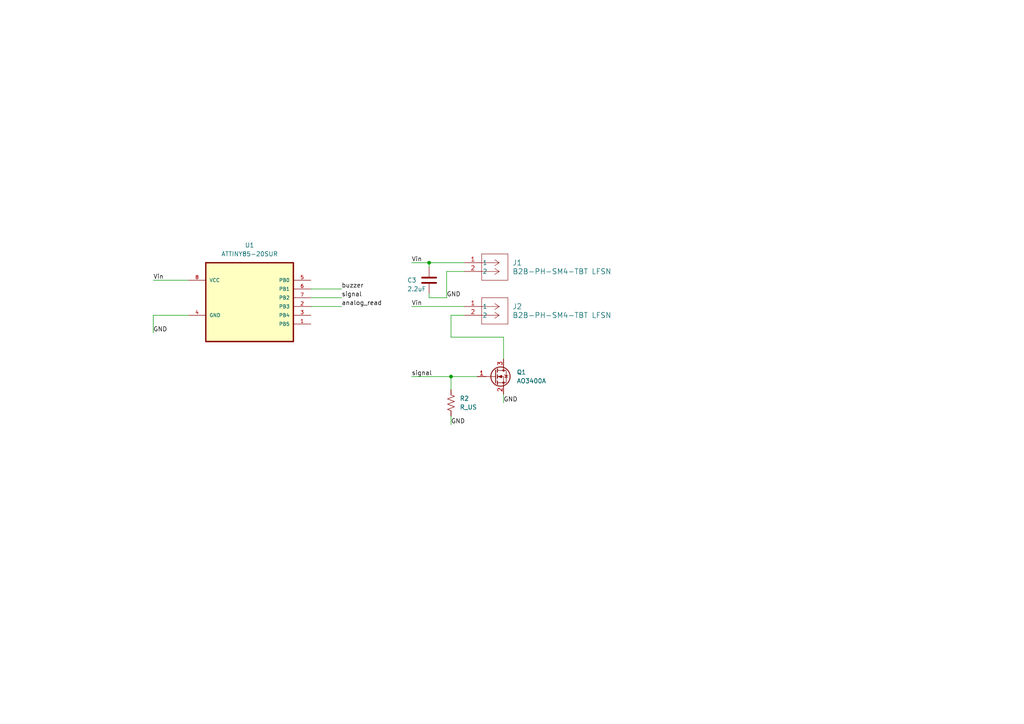
<source format=kicad_sch>
(kicad_sch (version 20230121) (generator eeschema)
  (paper "A4")
  (lib_symbols
    (symbol "ATTINY85-20SUR:ATTINY85-20SUR" (pin_names (offset 1.016))
      (property "Reference" "U" (at -5.9162 9.9453 0))
      (property "Value" "ATTINY85-20SUR" (at -3.4073 -19.9604 0))
      (symbol "ATTINY85-20SUR_0_0"
        (rectangle (start -12.7 -15.24) (end 12.7 7.62) (stroke (width 0.4064)) (fill (type background)))
        (pin bidirectional line (at 17.78 -10.16 180) (length 5.08) (name "PB5") (number "1"))
        (pin bidirectional line (at 17.78 -5.08 180) (length 5.08) (name "PB3") (number "2"))
        (pin bidirectional line (at 17.78 -7.62 180) (length 5.08) (name "PB4") (number "3"))
        (pin passive line (at -17.78 -7.62 0) (length 5.08) (name "GND") (number "4"))
        (pin bidirectional line (at 17.78 2.54 180) (length 5.08) (name "PB0") (number "5"))
        (pin bidirectional line (at 17.78 0 180) (length 5.08) (name "PB1") (number "6"))
        (pin bidirectional line (at 17.78 -2.54 180) (length 5.08) (name "PB2") (number "7"))
        (pin power_in line (at -17.78 2.54 0) (length 5.08) (name "VCC") (number "8"))
      )
    )
    (symbol "Device:C" (pin_numbers hide) (pin_names (offset 0.254))
      (property "Reference" "C" (at 0.635 2.54 0))
      (property "Value" "C" (at 0.635 -2.54 0))
      (symbol "C_0_1"
        (polyline (pts (xy -2.032 -0.762) (xy 2.032 -0.762)) (stroke (width 0.508)))
        (polyline (pts (xy -2.032 0.762) (xy 2.032 0.762)) (stroke (width 0.508)))
      )
      (symbol "C_1_1"
        (pin passive line (at 0 3.81 270) (length 2.794) (name "~") (number "1"))
        (pin passive line (at 0 -3.81 90) (length 2.794) (name "~") (number "2"))
      )
    )
    (symbol "Device:R_US" (pin_numbers hide) (pin_names (offset 0))
      (property "Reference" "R" (at 2.54 0 90))
      (property "Value" "R_US" (at -2.54 0 90))
      (symbol "R_US_0_1"
        (polyline (pts (xy 0 -2.286) (xy 0 -2.54)))
        (polyline (pts (xy 0 2.286) (xy 0 2.54)))
        (polyline (pts (xy 0 -0.762) (xy 1.016 -1.143) (xy 0 -1.524) (xy -1.016 -1.905) (xy 0 -2.286)))
        (polyline (pts (xy 0 0.762) (xy 1.016 0.381) (xy 0 0) (xy -1.016 -0.381) (xy 0 -0.762)))
        (polyline (pts (xy 0 2.286) (xy 1.016 1.905) (xy 0 1.524) (xy -1.016 1.143) (xy 0 0.762)))
      )
      (symbol "R_US_1_1"
        (pin passive line (at 0 3.81 270) (length 1.27) (name "~") (number "1"))
        (pin passive line (at 0 -3.81 90) (length 1.27) (name "~") (number "2"))
      )
    )
    (symbol "Transistor_FET:AO3400A" (pin_names hide)
      (property "Reference" "Q" (at 5.08 1.905 0))
      (property "Value" "AO3400A" (at 5.08 0 0))
      (symbol "AO3400A_0_1"
        (polyline (pts (xy 0.254 0) (xy -2.54 0)))
        (polyline (pts (xy 0.254 1.905) (xy 0.254 -1.905)) (stroke (width 0.254)))
        (polyline (pts (xy 0.762 -1.27) (xy 0.762 -2.286)) (stroke (width 0.254)))
        (polyline (pts (xy 0.762 0.508) (xy 0.762 -0.508)) (stroke (width 0.254)))
        (polyline (pts (xy 0.762 2.286) (xy 0.762 1.27)) (stroke (width 0.254)))
        (polyline (pts (xy 2.54 2.54) (xy 2.54 1.778)))
        (polyline (pts (xy 2.54 -2.54) (xy 2.54 0) (xy 0.762 0)))
        (polyline (pts (xy 0.762 -1.778) (xy 3.302 -1.778) (xy 3.302 1.778) (xy 0.762 1.778)))
        (polyline (pts (xy 1.016 0) (xy 2.032 0.381) (xy 2.032 -0.381) (xy 1.016 0)) (fill (type outline)))
        (polyline (pts (xy 2.794 0.508) (xy 2.921 0.381) (xy 3.683 0.381) (xy 3.81 0.254)))
        (polyline (pts (xy 3.302 0.381) (xy 2.921 -0.254) (xy 3.683 -0.254) (xy 3.302 0.381)))
        (circle (center 1.651 0) (radius 2.794) (stroke (width 0.254)))
        (circle (center 2.54 -1.778) (radius 0.254) (fill (type outline)))
        (circle (center 2.54 1.778) (radius 0.254) (fill (type outline)))
      )
      (symbol "AO3400A_1_1"
        (pin input line (at -5.08 0 0) (length 2.54) (name "G") (number "1"))
        (pin passive line (at 2.54 -5.08 90) (length 2.54) (name "S") (number "2"))
        (pin passive line (at 2.54 5.08 270) (length 2.54) (name "D") (number "3"))
      )
    )
    (symbol "jst_ph:B2B-PH-SM4-TBT_LFSN" (pin_names (offset 0.254))
      (property "Reference" "J" (at 8.89 6.35 0))
      (property "Value" "B2B-PH-SM4-TBT LFSN" (at 0 0 0))
      (symbol "B2B-PH-SM4-TBT_LFSN_1_1"
        (polyline (pts (xy 5.08 -5.08) (xy 12.7 -5.08)) (stroke (width 0.127)))
        (polyline (pts (xy 5.08 2.54) (xy 5.08 -5.08)) (stroke (width 0.127)))
        (polyline (pts (xy 10.16 -2.54) (xy 5.08 -2.54)) (stroke (width 0.127)))
        (polyline (pts (xy 10.16 -2.54) (xy 8.89 -3.3867)) (stroke (width 0.127)))
        (polyline (pts (xy 10.16 -2.54) (xy 8.89 -1.6933)) (stroke (width 0.127)))
        (polyline (pts (xy 10.16 0) (xy 5.08 0)) (stroke (width 0.127)))
        (polyline (pts (xy 10.16 0) (xy 8.89 -0.8467)) (stroke (width 0.127)))
        (polyline (pts (xy 10.16 0) (xy 8.89 0.8467)) (stroke (width 0.127)))
        (polyline (pts (xy 12.7 -5.08) (xy 12.7 2.54)) (stroke (width 0.127)))
        (polyline (pts (xy 12.7 2.54) (xy 5.08 2.54)) (stroke (width 0.127)))
        (pin unspecified line (at 0 0 0) (length 5.08) (name "1") (number "1"))
        (pin unspecified line (at 0 -2.54 0) (length 5.08) (name "2") (number "2"))
      )
      (symbol "B2B-PH-SM4-TBT_LFSN_1_2"
        (polyline (pts (xy 5.08 -5.08) (xy 12.7 -5.08)) (stroke (width 0.127)))
        (polyline (pts (xy 5.08 2.54) (xy 5.08 -5.08)) (stroke (width 0.127)))
        (polyline (pts (xy 7.62 -2.54) (xy 5.08 -2.54)) (stroke (width 0.127)))
        (polyline (pts (xy 7.62 -2.54) (xy 8.89 -3.3867)) (stroke (width 0.127)))
        (polyline (pts (xy 7.62 -2.54) (xy 8.89 -1.6933)) (stroke (width 0.127)))
        (polyline (pts (xy 7.62 0) (xy 5.08 0)) (stroke (width 0.127)))
        (polyline (pts (xy 7.62 0) (xy 8.89 -0.8467)) (stroke (width 0.127)))
        (polyline (pts (xy 7.62 0) (xy 8.89 0.8467)) (stroke (width 0.127)))
        (polyline (pts (xy 12.7 -5.08) (xy 12.7 2.54)) (stroke (width 0.127)))
        (polyline (pts (xy 12.7 2.54) (xy 5.08 2.54)) (stroke (width 0.127)))
        (pin unspecified line (at 0 0 0) (length 5.08) (name "1") (number "1"))
        (pin unspecified line (at 0 -2.54 0) (length 5.08) (name "2") (number "2"))
      )
    )
  )
  (junction (at 130.81 109.22))
  (junction (at 124.46 76.2))
  (wire (pts (xy 124.46 85.09) (xy 124.46 86.36)))
  (wire (pts (xy 129.54 78.74) (xy 134.62 78.74)))
  (wire (pts (xy 44.45 81.28) (xy 54.61 81.28)))
  (wire (pts (xy 124.46 76.2) (xy 134.62 76.2)))
  (wire (pts (xy 134.62 91.44) (xy 130.81 91.44)))
  (wire (pts (xy 124.46 76.2) (xy 124.46 77.47)))
  (wire (pts (xy 119.38 109.22) (xy 130.81 109.22)))
  (wire (pts (xy 124.46 86.36) (xy 129.54 86.36)))
  (wire (pts (xy 90.17 83.82) (xy 99.06 83.82)))
  (wire (pts (xy 130.81 91.44) (xy 130.81 97.79)))
  (wire (pts (xy 54.61 91.44) (xy 44.45 91.44)))
  (wire (pts (xy 90.17 88.9) (xy 99.06 88.9)))
  (wire (pts (xy 90.17 86.36) (xy 99.06 86.36)))
  (wire (pts (xy 130.81 97.79) (xy 146.05 97.79)))
  (wire (pts (xy 130.81 120.65) (xy 130.81 123.19)))
  (wire (pts (xy 146.05 97.79) (xy 146.05 104.14)))
  (wire (pts (xy 119.38 88.9) (xy 134.62 88.9)))
  (wire (pts (xy 129.54 78.74) (xy 129.54 86.36)))
  (wire (pts (xy 44.45 91.44) (xy 44.45 96.52)))
  (wire (pts (xy 119.38 76.2) (xy 124.46 76.2)))
  (wire (pts (xy 146.05 114.3) (xy 146.05 116.84)))
  (wire (pts (xy 130.81 109.22) (xy 138.43 109.22)))
  (wire (pts (xy 130.81 109.22) (xy 130.81 113.03)))
  (label "GND" (at 129.54 86.36 0))
  (label "GND" (at 146.05 116.84 0))
  (label "GND" (at 44.45 96.52 0))
  (label "GND" (at 130.81 123.19 0))
  (label "signal" (at 99.06 86.36 0))
  (label "Vin" (at 44.45 81.28 0))
  (label "Vin" (at 119.38 76.2 0))
  (label "signal" (at 119.38 109.22 0))
  (label "analog_read" (at 99.06 88.9 0))
  (label "Vin" (at 119.38 88.9 0))
  (label "buzzer" (at 99.06 83.82 0))
  (symbol (lib_id "ATTINY85-20SUR:ATTINY85-20SUR") (at 72.39 83.82 0) (unit 1)
    (property "Reference" "U1" (at 72.39 71.12 0))
    (property "Value" "ATTINY85-20SUR" (at 72.39 73.66 0))
    (property "Footprint" "attiny85:ATTINY85-20SUR" (effects hide))
    (property "MPN" "ATTINY85-20SUR" (effects hide))
    (property "OC_FARNELL" "1455164" (effects hide))
    (property "OC_NEWARK" "58M3797" (effects hide))
    (property "SUPPLIER" "Atmel" (effects hide))
    (property "PACKAGE" "SOIC-8" (effects hide))
  )
  (symbol (lib_id "Transistor_FET:AO3400A") (at 143.51 109.22 0) (unit 1)
    (property "Reference" "Q1" (at 149.86 107.95 0) (effects (justify left)))
    (property "Value" "AO3400A" (at 149.86 110.49 0) (effects (justify left)))
    (property "Footprint" "Package_TO_SOT_SMD:SOT-23" (effects hide))
    (property "Datasheet" "http://www.aosmd.com/pdfs/datasheet/AO3400A.pdf" (effects hide))
  )
  (symbol (lib_id "Device:C") (at 124.46 81.28 0) (unit 1)
    (property "Reference" "C3" (at 118.11 81.28 0) (effects (justify left)))
    (property "Value" "2.2uF" (at 118.11 83.82 0) (effects (justify left)))
    (property "Footprint" "Capacitor_SMD:C_0805_2012Metric" (effects hide))
  )
  (symbol (lib_id "jst_ph:B2B-PH-SM4-TBT_LFSN") (at 134.62 88.9 0) (unit 1)
    (property "Reference" "J2" (at 148.59 88.9 0) (effects (font (size 1.524 1.524)) (justify left)))
    (property "Value" "B2B-PH-SM4-TBT LFSN" (at 148.59 91.44 0) (effects (font (size 1.524 1.524)) (justify left)))
    (property "Footprint" "CONN2_B2B-PH-SM4_JST" (effects hide))
    (property "Datasheet" "B2B-PH-SM4-TBT LFSN" (effects hide))
  )
  (symbol (lib_id "Device:R_US") (at 130.81 116.84 0) (unit 1)
    (property "Reference" "R2" (at 133.35 115.57 0) (effects (justify left)))
    (property "Value" "R_US" (at 133.35 118.11 0) (effects (justify left)))
    (property "Footprint" "Resistor_SMD:R_0805_2012Metric" (effects hide))
  )
  (symbol (lib_id "jst_ph:B2B-PH-SM4-TBT_LFSN") (at 134.62 76.2 0) (unit 1)
    (property "Reference" "J1" (at 148.59 76.2 0) (effects (font (size 1.524 1.524)) (justify left)))
    (property "Value" "B2B-PH-SM4-TBT LFSN" (at 148.59 78.74 0) (effects (font (size 1.524 1.524)) (justify left)))
    (property "Footprint" "CONN2_B2B-PH-SM4_JST" (effects hide))
    (property "Datasheet" "B2B-PH-SM4-TBT LFSN" (effects hide))
  )
)
</source>
